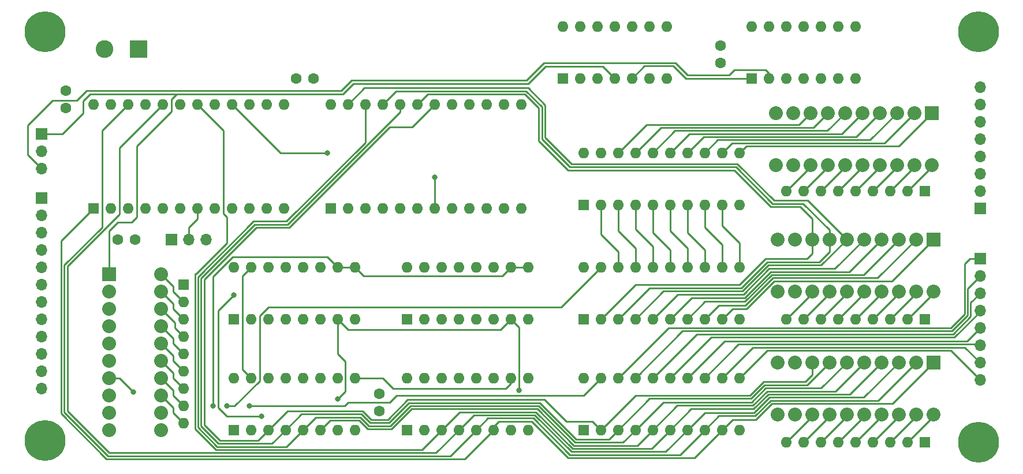
<source format=gbr>
%TF.GenerationSoftware,KiCad,Pcbnew,(5.1.9-0-10_14)*%
%TF.CreationDate,2021-06-18T22:47:41-04:00*%
%TF.ProjectId,ALU-181,414c552d-3138-4312-9e6b-696361645f70,rev?*%
%TF.SameCoordinates,Original*%
%TF.FileFunction,Copper,L1,Top*%
%TF.FilePolarity,Positive*%
%FSLAX46Y46*%
G04 Gerber Fmt 4.6, Leading zero omitted, Abs format (unit mm)*
G04 Created by KiCad (PCBNEW (5.1.9-0-10_14)) date 2021-06-18 22:47:41*
%MOMM*%
%LPD*%
G01*
G04 APERTURE LIST*
%TA.AperFunction,ComponentPad*%
%ADD10O,1.700000X1.700000*%
%TD*%
%TA.AperFunction,ComponentPad*%
%ADD11R,1.700000X1.700000*%
%TD*%
%TA.AperFunction,ComponentPad*%
%ADD12C,0.800000*%
%TD*%
%TA.AperFunction,ComponentPad*%
%ADD13C,6.000000*%
%TD*%
%TA.AperFunction,ComponentPad*%
%ADD14O,1.600000X1.600000*%
%TD*%
%TA.AperFunction,ComponentPad*%
%ADD15R,1.600000X1.600000*%
%TD*%
%TA.AperFunction,ComponentPad*%
%ADD16C,2.032000*%
%TD*%
%TA.AperFunction,ComponentPad*%
%ADD17R,2.032000X2.032000*%
%TD*%
%TA.AperFunction,ComponentPad*%
%ADD18C,2.600000*%
%TD*%
%TA.AperFunction,ComponentPad*%
%ADD19R,2.600000X2.600000*%
%TD*%
%TA.AperFunction,ComponentPad*%
%ADD20C,1.600000*%
%TD*%
%TA.AperFunction,ViaPad*%
%ADD21C,0.800000*%
%TD*%
%TA.AperFunction,Conductor*%
%ADD22C,0.250000*%
%TD*%
G04 APERTURE END LIST*
D10*
%TO.P,J4,8*%
%TO.N,BUS_00*%
X208026000Y-109220000D03*
%TO.P,J4,7*%
%TO.N,BUS_01*%
X208026000Y-106680000D03*
%TO.P,J4,6*%
%TO.N,BUS_02*%
X208026000Y-104140000D03*
%TO.P,J4,5*%
%TO.N,BUS_03*%
X208026000Y-101600000D03*
%TO.P,J4,4*%
%TO.N,BUS_04*%
X208026000Y-99060000D03*
%TO.P,J4,3*%
%TO.N,BUS_05*%
X208026000Y-96520000D03*
%TO.P,J4,2*%
%TO.N,BUS_06*%
X208026000Y-93980000D03*
D11*
%TO.P,J4,1*%
%TO.N,BUS_07*%
X208026000Y-91440000D03*
%TD*%
D12*
%TO.P,REF\u002A\u002A,1*%
%TO.N,N/C*%
X209362990Y-116773010D03*
X207772000Y-116114000D03*
X206181010Y-116773010D03*
X205522000Y-118364000D03*
X206181010Y-119954990D03*
X207772000Y-120614000D03*
X209362990Y-119954990D03*
X210022000Y-118364000D03*
D13*
X207772000Y-118364000D03*
%TD*%
%TO.P,REF\u002A\u002A,1*%
%TO.N,N/C*%
X207772000Y-58166000D03*
D12*
X210022000Y-58166000D03*
X209362990Y-59756990D03*
X207772000Y-60416000D03*
X206181010Y-59756990D03*
X205522000Y-58166000D03*
X206181010Y-56575010D03*
X207772000Y-55916000D03*
X209362990Y-56575010D03*
%TD*%
D13*
%TO.P,REF\u002A\u002A,1*%
%TO.N,N/C*%
X70866000Y-118110000D03*
D12*
X73116000Y-118110000D03*
X72456990Y-119700990D03*
X70866000Y-120360000D03*
X69275010Y-119700990D03*
X68616000Y-118110000D03*
X69275010Y-116519010D03*
X70866000Y-115860000D03*
X72456990Y-116519010D03*
%TD*%
%TO.P,REF\u002A\u002A,1*%
%TO.N,N/C*%
X72456990Y-56575010D03*
X70866000Y-55916000D03*
X69275010Y-56575010D03*
X68616000Y-58166000D03*
X69275010Y-59756990D03*
X70866000Y-60416000D03*
X72456990Y-59756990D03*
X73116000Y-58166000D03*
D13*
X70866000Y-58166000D03*
%TD*%
D14*
%TO.P,U6,16*%
%TO.N,VCC*%
X123952000Y-108966000D03*
%TO.P,U6,8*%
%TO.N,GND*%
X141732000Y-116586000D03*
%TO.P,U6,15*%
%TO.N,RESET*%
X126492000Y-108966000D03*
%TO.P,U6,7*%
%TO.N,CLOCK*%
X139192000Y-116586000D03*
%TO.P,U6,14*%
%TO.N,BUS_03*%
X129032000Y-108966000D03*
%TO.P,U6,6*%
%TO.N,B0*%
X136652000Y-116586000D03*
%TO.P,U6,13*%
%TO.N,BUS_02*%
X131572000Y-108966000D03*
%TO.P,U6,5*%
%TO.N,B1*%
X134112000Y-116586000D03*
%TO.P,U6,12*%
%TO.N,BUS_01*%
X134112000Y-108966000D03*
%TO.P,U6,4*%
%TO.N,B2*%
X131572000Y-116586000D03*
%TO.P,U6,11*%
%TO.N,BUS_00*%
X136652000Y-108966000D03*
%TO.P,U6,3*%
%TO.N,B3*%
X129032000Y-116586000D03*
%TO.P,U6,10*%
%TO.N,B_REGISTER_IN*%
X139192000Y-108966000D03*
%TO.P,U6,2*%
%TO.N,GND*%
X126492000Y-116586000D03*
%TO.P,U6,9*%
%TO.N,B_REGISTER_IN*%
X141732000Y-108966000D03*
D15*
%TO.P,U6,1*%
%TO.N,GND*%
X123952000Y-116586000D03*
%TD*%
D14*
%TO.P,U5,16*%
%TO.N,VCC*%
X123952000Y-92710000D03*
%TO.P,U5,8*%
%TO.N,GND*%
X141732000Y-100330000D03*
%TO.P,U5,15*%
%TO.N,RESET*%
X126492000Y-92710000D03*
%TO.P,U5,7*%
%TO.N,CLOCK*%
X139192000Y-100330000D03*
%TO.P,U5,14*%
%TO.N,BUS_03*%
X129032000Y-92710000D03*
%TO.P,U5,6*%
%TO.N,A0*%
X136652000Y-100330000D03*
%TO.P,U5,13*%
%TO.N,BUS_02*%
X131572000Y-92710000D03*
%TO.P,U5,5*%
%TO.N,A1*%
X134112000Y-100330000D03*
%TO.P,U5,12*%
%TO.N,BUS_01*%
X134112000Y-92710000D03*
%TO.P,U5,4*%
%TO.N,A2*%
X131572000Y-100330000D03*
%TO.P,U5,11*%
%TO.N,BUS_00*%
X136652000Y-92710000D03*
%TO.P,U5,3*%
%TO.N,A3*%
X129032000Y-100330000D03*
%TO.P,U5,10*%
%TO.N,A_REGISTER_IN*%
X139192000Y-92710000D03*
%TO.P,U5,2*%
%TO.N,GND*%
X126492000Y-100330000D03*
%TO.P,U5,9*%
%TO.N,A_REGISTER_IN*%
X141732000Y-92710000D03*
D15*
%TO.P,U5,1*%
%TO.N,GND*%
X123952000Y-100330000D03*
%TD*%
D14*
%TO.P,U4,16*%
%TO.N,VCC*%
X98552000Y-108966000D03*
%TO.P,U4,8*%
%TO.N,GND*%
X116332000Y-116586000D03*
%TO.P,U4,15*%
%TO.N,RESET*%
X101092000Y-108966000D03*
%TO.P,U4,7*%
%TO.N,CLOCK*%
X113792000Y-116586000D03*
%TO.P,U4,14*%
%TO.N,BUS_07*%
X103632000Y-108966000D03*
%TO.P,U4,6*%
%TO.N,B4*%
X111252000Y-116586000D03*
%TO.P,U4,13*%
%TO.N,BUS_06*%
X106172000Y-108966000D03*
%TO.P,U4,5*%
%TO.N,B5*%
X108712000Y-116586000D03*
%TO.P,U4,12*%
%TO.N,BUS_05*%
X108712000Y-108966000D03*
%TO.P,U4,4*%
%TO.N,B6*%
X106172000Y-116586000D03*
%TO.P,U4,11*%
%TO.N,BUS_04*%
X111252000Y-108966000D03*
%TO.P,U4,3*%
%TO.N,B7*%
X103632000Y-116586000D03*
%TO.P,U4,10*%
%TO.N,B_REGISTER_IN*%
X113792000Y-108966000D03*
%TO.P,U4,2*%
%TO.N,GND*%
X101092000Y-116586000D03*
%TO.P,U4,9*%
%TO.N,B_REGISTER_IN*%
X116332000Y-108966000D03*
D15*
%TO.P,U4,1*%
%TO.N,GND*%
X98552000Y-116586000D03*
%TD*%
D14*
%TO.P,U3,16*%
%TO.N,VCC*%
X98552000Y-92710000D03*
%TO.P,U3,8*%
%TO.N,GND*%
X116332000Y-100330000D03*
%TO.P,U3,15*%
%TO.N,RESET*%
X101092000Y-92710000D03*
%TO.P,U3,7*%
%TO.N,CLOCK*%
X113792000Y-100330000D03*
%TO.P,U3,14*%
%TO.N,BUS_07*%
X103632000Y-92710000D03*
%TO.P,U3,6*%
%TO.N,A4*%
X111252000Y-100330000D03*
%TO.P,U3,13*%
%TO.N,BUS_06*%
X106172000Y-92710000D03*
%TO.P,U3,5*%
%TO.N,A5*%
X108712000Y-100330000D03*
%TO.P,U3,12*%
%TO.N,BUS_05*%
X108712000Y-92710000D03*
%TO.P,U3,4*%
%TO.N,A6*%
X106172000Y-100330000D03*
%TO.P,U3,11*%
%TO.N,BUS_04*%
X111252000Y-92710000D03*
%TO.P,U3,3*%
%TO.N,A7*%
X103632000Y-100330000D03*
%TO.P,U3,10*%
%TO.N,A_REGISTER_IN*%
X113792000Y-92710000D03*
%TO.P,U3,2*%
%TO.N,GND*%
X101092000Y-100330000D03*
%TO.P,U3,9*%
%TO.N,A_REGISTER_IN*%
X116332000Y-92710000D03*
D15*
%TO.P,U3,1*%
%TO.N,GND*%
X98552000Y-100330000D03*
%TD*%
D14*
%TO.P,U2,20*%
%TO.N,VCC*%
X149860000Y-108966000D03*
%TO.P,U2,10*%
%TO.N,GND*%
X172720000Y-116586000D03*
%TO.P,U2,19*%
%TO.N,B_REGISTER_OUT*%
X152400000Y-108966000D03*
%TO.P,U2,9*%
%TO.N,B0*%
X170180000Y-116586000D03*
%TO.P,U2,18*%
%TO.N,BUS_07*%
X154940000Y-108966000D03*
%TO.P,U2,8*%
%TO.N,B1*%
X167640000Y-116586000D03*
%TO.P,U2,17*%
%TO.N,BUS_06*%
X157480000Y-108966000D03*
%TO.P,U2,7*%
%TO.N,B2*%
X165100000Y-116586000D03*
%TO.P,U2,16*%
%TO.N,BUS_05*%
X160020000Y-108966000D03*
%TO.P,U2,6*%
%TO.N,B3*%
X162560000Y-116586000D03*
%TO.P,U2,15*%
%TO.N,BUS_04*%
X162560000Y-108966000D03*
%TO.P,U2,5*%
%TO.N,B4*%
X160020000Y-116586000D03*
%TO.P,U2,14*%
%TO.N,BUS_03*%
X165100000Y-108966000D03*
%TO.P,U2,4*%
%TO.N,B5*%
X157480000Y-116586000D03*
%TO.P,U2,13*%
%TO.N,BUS_02*%
X167640000Y-108966000D03*
%TO.P,U2,3*%
%TO.N,B6*%
X154940000Y-116586000D03*
%TO.P,U2,12*%
%TO.N,BUS_01*%
X170180000Y-108966000D03*
%TO.P,U2,2*%
%TO.N,B7*%
X152400000Y-116586000D03*
%TO.P,U2,11*%
%TO.N,BUS_00*%
X172720000Y-108966000D03*
D15*
%TO.P,U2,1*%
%TO.N,VCC*%
X149860000Y-116586000D03*
%TD*%
D14*
%TO.P,U1,20*%
%TO.N,VCC*%
X149860000Y-92710000D03*
%TO.P,U1,10*%
%TO.N,GND*%
X172720000Y-100330000D03*
%TO.P,U1,19*%
%TO.N,A_REGISTER_OUT*%
X152400000Y-92710000D03*
%TO.P,U1,9*%
%TO.N,A0*%
X170180000Y-100330000D03*
%TO.P,U1,18*%
%TO.N,BUS_07*%
X154940000Y-92710000D03*
%TO.P,U1,8*%
%TO.N,A1*%
X167640000Y-100330000D03*
%TO.P,U1,17*%
%TO.N,BUS_06*%
X157480000Y-92710000D03*
%TO.P,U1,7*%
%TO.N,A2*%
X165100000Y-100330000D03*
%TO.P,U1,16*%
%TO.N,BUS_05*%
X160020000Y-92710000D03*
%TO.P,U1,6*%
%TO.N,A3*%
X162560000Y-100330000D03*
%TO.P,U1,15*%
%TO.N,BUS_04*%
X162560000Y-92710000D03*
%TO.P,U1,5*%
%TO.N,A4*%
X160020000Y-100330000D03*
%TO.P,U1,14*%
%TO.N,BUS_03*%
X165100000Y-92710000D03*
%TO.P,U1,4*%
%TO.N,A5*%
X157480000Y-100330000D03*
%TO.P,U1,13*%
%TO.N,BUS_02*%
X167640000Y-92710000D03*
%TO.P,U1,3*%
%TO.N,A6*%
X154940000Y-100330000D03*
%TO.P,U1,12*%
%TO.N,BUS_01*%
X170180000Y-92710000D03*
%TO.P,U1,2*%
%TO.N,A7*%
X152400000Y-100330000D03*
%TO.P,U1,11*%
%TO.N,BUS_00*%
X172720000Y-92710000D03*
D15*
%TO.P,U1,1*%
%TO.N,VCC*%
X149860000Y-100330000D03*
%TD*%
D14*
%TO.P,RN4,9*%
%TO.N,Net-(BAR4-Pad13)*%
X91186000Y-115570000D03*
%TO.P,RN4,8*%
%TO.N,Net-(BAR4-Pad14)*%
X91186000Y-113030000D03*
%TO.P,RN4,7*%
%TO.N,Net-(BAR4-Pad15)*%
X91186000Y-110490000D03*
%TO.P,RN4,6*%
%TO.N,Net-(BAR4-Pad16)*%
X91186000Y-107950000D03*
%TO.P,RN4,5*%
%TO.N,Net-(BAR4-Pad17)*%
X91186000Y-105410000D03*
%TO.P,RN4,4*%
%TO.N,Net-(BAR4-Pad18)*%
X91186000Y-102870000D03*
%TO.P,RN4,3*%
%TO.N,Net-(BAR4-Pad19)*%
X91186000Y-100330000D03*
%TO.P,RN4,2*%
%TO.N,Net-(BAR4-Pad20)*%
X91186000Y-97790000D03*
D15*
%TO.P,RN4,1*%
%TO.N,GND*%
X91186000Y-95250000D03*
%TD*%
D16*
%TO.P,BAR4,20*%
%TO.N,Net-(BAR4-Pad20)*%
X87884000Y-93726000D03*
%TO.P,BAR4,19*%
%TO.N,Net-(BAR4-Pad19)*%
X87884000Y-96266000D03*
%TO.P,BAR4,18*%
%TO.N,Net-(BAR4-Pad18)*%
X87884000Y-98806000D03*
%TO.P,BAR4,17*%
%TO.N,Net-(BAR4-Pad17)*%
X87884000Y-101346000D03*
%TO.P,BAR4,9*%
%TO.N,Net-(BAR4-Pad9)*%
X80264000Y-114046000D03*
%TO.P,BAR4,10*%
%TO.N,Net-(BAR4-Pad10)*%
X80264000Y-116586000D03*
%TO.P,BAR4,11*%
%TO.N,Net-(BAR4-Pad11)*%
X87884000Y-116586000D03*
%TO.P,BAR4,12*%
%TO.N,Net-(BAR4-Pad12)*%
X87884000Y-114046000D03*
%TO.P,BAR4,8*%
%TO.N,RESET*%
X80264000Y-111506000D03*
%TO.P,BAR4,7*%
%TO.N,A_REGISTER_IN*%
X80264000Y-108966000D03*
%TO.P,BAR4,6*%
%TO.N,A_REGISTER_OUT*%
X80264000Y-106426000D03*
%TO.P,BAR4,5*%
%TO.N,B_REGISTER_IN*%
X80264000Y-103886000D03*
%TO.P,BAR4,16*%
%TO.N,Net-(BAR4-Pad16)*%
X87884000Y-103886000D03*
%TO.P,BAR4,15*%
%TO.N,Net-(BAR4-Pad15)*%
X87884000Y-106426000D03*
%TO.P,BAR4,14*%
%TO.N,Net-(BAR4-Pad14)*%
X87884000Y-108966000D03*
%TO.P,BAR4,13*%
%TO.N,Net-(BAR4-Pad13)*%
X87884000Y-111506000D03*
%TO.P,BAR4,4*%
%TO.N,B_REGISTER_OUT*%
X80264000Y-101346000D03*
%TO.P,BAR4,3*%
%TO.N,NOT_CARRY*%
X80264000Y-98806000D03*
%TO.P,BAR4,2*%
%TO.N,A_EQ_B*%
X80264000Y-96266000D03*
D17*
%TO.P,BAR4,1*%
%TO.N,A_GT_B*%
X80264000Y-93726000D03*
%TD*%
D14*
%TO.P,U11,24*%
%TO.N,VCC*%
X77978000Y-68834000D03*
%TO.P,U11,12*%
%TO.N,GND*%
X105918000Y-84074000D03*
%TO.P,U11,23*%
%TO.N,A1*%
X80518000Y-68834000D03*
%TO.P,U11,11*%
%TO.N,F2*%
X103378000Y-84074000D03*
%TO.P,U11,22*%
%TO.N,B1*%
X83058000Y-68834000D03*
%TO.P,U11,10*%
%TO.N,F1*%
X100838000Y-84074000D03*
%TO.P,U11,21*%
%TO.N,A2*%
X85598000Y-68834000D03*
%TO.P,U11,9*%
%TO.N,F0*%
X98298000Y-84074000D03*
%TO.P,U11,20*%
%TO.N,B2*%
X88138000Y-68834000D03*
%TO.P,U11,8*%
%TO.N,ALU_MODE*%
X95758000Y-84074000D03*
%TO.P,U11,19*%
%TO.N,A3*%
X90678000Y-68834000D03*
%TO.P,U11,7*%
%TO.N,Net-(J17-Pad2)*%
X93218000Y-84074000D03*
%TO.P,U11,18*%
%TO.N,B3*%
X93218000Y-68834000D03*
%TO.P,U11,6*%
%TO.N,ALU_S0*%
X90678000Y-84074000D03*
%TO.P,U11,17*%
%TO.N,Net-(U11-Pad17)*%
X95758000Y-68834000D03*
%TO.P,U11,5*%
%TO.N,ALU_S1*%
X88138000Y-84074000D03*
%TO.P,U11,16*%
%TO.N,CN+4*%
X98298000Y-68834000D03*
%TO.P,U11,4*%
%TO.N,ALU_S2*%
X85598000Y-84074000D03*
%TO.P,U11,15*%
%TO.N,Net-(U11-Pad15)*%
X100838000Y-68834000D03*
%TO.P,U11,3*%
%TO.N,ALU_S3*%
X83058000Y-84074000D03*
%TO.P,U11,14*%
%TO.N,A_EQ_B*%
X103378000Y-68834000D03*
%TO.P,U11,2*%
%TO.N,A0*%
X80518000Y-84074000D03*
%TO.P,U11,13*%
%TO.N,F3*%
X105918000Y-68834000D03*
D15*
%TO.P,U11,1*%
%TO.N,B0*%
X77978000Y-84074000D03*
%TD*%
D14*
%TO.P,U10,20*%
%TO.N,VCC*%
X149860000Y-75946000D03*
%TO.P,U10,10*%
%TO.N,GND*%
X172720000Y-83566000D03*
%TO.P,U10,19*%
%TO.N,ALU_OUT*%
X152400000Y-75946000D03*
%TO.P,U10,9*%
%TO.N,BUS_00*%
X170180000Y-83566000D03*
%TO.P,U10,18*%
%TO.N,F7*%
X154940000Y-75946000D03*
%TO.P,U10,8*%
%TO.N,BUS_01*%
X167640000Y-83566000D03*
%TO.P,U10,17*%
%TO.N,F6*%
X157480000Y-75946000D03*
%TO.P,U10,7*%
%TO.N,BUS_02*%
X165100000Y-83566000D03*
%TO.P,U10,16*%
%TO.N,F5*%
X160020000Y-75946000D03*
%TO.P,U10,6*%
%TO.N,BUS_03*%
X162560000Y-83566000D03*
%TO.P,U10,15*%
%TO.N,F4*%
X162560000Y-75946000D03*
%TO.P,U10,5*%
%TO.N,BUS_04*%
X160020000Y-83566000D03*
%TO.P,U10,14*%
%TO.N,F3*%
X165100000Y-75946000D03*
%TO.P,U10,4*%
%TO.N,BUS_05*%
X157480000Y-83566000D03*
%TO.P,U10,13*%
%TO.N,F2*%
X167640000Y-75946000D03*
%TO.P,U10,3*%
%TO.N,BUS_06*%
X154940000Y-83566000D03*
%TO.P,U10,12*%
%TO.N,F1*%
X170180000Y-75946000D03*
%TO.P,U10,2*%
%TO.N,BUS_07*%
X152400000Y-83566000D03*
%TO.P,U10,11*%
%TO.N,F0*%
X172720000Y-75946000D03*
D15*
%TO.P,U10,1*%
%TO.N,GND*%
X149860000Y-83566000D03*
%TD*%
D14*
%TO.P,U9,24*%
%TO.N,VCC*%
X112776000Y-68834000D03*
%TO.P,U9,12*%
%TO.N,GND*%
X140716000Y-84074000D03*
%TO.P,U9,23*%
%TO.N,A5*%
X115316000Y-68834000D03*
%TO.P,U9,11*%
%TO.N,F6*%
X138176000Y-84074000D03*
%TO.P,U9,22*%
%TO.N,B5*%
X117856000Y-68834000D03*
%TO.P,U9,10*%
%TO.N,F5*%
X135636000Y-84074000D03*
%TO.P,U9,21*%
%TO.N,A6*%
X120396000Y-68834000D03*
%TO.P,U9,9*%
%TO.N,F4*%
X133096000Y-84074000D03*
%TO.P,U9,20*%
%TO.N,B6*%
X122936000Y-68834000D03*
%TO.P,U9,8*%
%TO.N,ALU_MODE*%
X130556000Y-84074000D03*
%TO.P,U9,19*%
%TO.N,A7*%
X125476000Y-68834000D03*
%TO.P,U9,7*%
%TO.N,CN+4*%
X128016000Y-84074000D03*
%TO.P,U9,18*%
%TO.N,B7*%
X128016000Y-68834000D03*
%TO.P,U9,6*%
%TO.N,ALU_S0*%
X125476000Y-84074000D03*
%TO.P,U9,17*%
%TO.N,Net-(U9-Pad17)*%
X130556000Y-68834000D03*
%TO.P,U9,5*%
%TO.N,ALU_S1*%
X122936000Y-84074000D03*
%TO.P,U9,16*%
%TO.N,CARRY*%
X133096000Y-68834000D03*
%TO.P,U9,4*%
%TO.N,ALU_S2*%
X120396000Y-84074000D03*
%TO.P,U9,15*%
%TO.N,Net-(U9-Pad15)*%
X135636000Y-68834000D03*
%TO.P,U9,3*%
%TO.N,ALU_S3*%
X117856000Y-84074000D03*
%TO.P,U9,14*%
%TO.N,A_EQ_B*%
X138176000Y-68834000D03*
%TO.P,U9,2*%
%TO.N,A4*%
X115316000Y-84074000D03*
%TO.P,U9,13*%
%TO.N,F7*%
X140716000Y-68834000D03*
D15*
%TO.P,U9,1*%
%TO.N,B4*%
X112776000Y-84074000D03*
%TD*%
D14*
%TO.P,U8,14*%
%TO.N,VCC*%
X146812000Y-57404000D03*
%TO.P,U8,7*%
%TO.N,GND*%
X162052000Y-65024000D03*
%TO.P,U8,13*%
%TO.N,N/C*%
X149352000Y-57404000D03*
%TO.P,U8,6*%
%TO.N,A_EQ_B*%
X159512000Y-65024000D03*
%TO.P,U8,12*%
%TO.N,N/C*%
X151892000Y-57404000D03*
%TO.P,U8,5*%
%TO.N,CARRY*%
X156972000Y-65024000D03*
%TO.P,U8,11*%
%TO.N,N/C*%
X154432000Y-57404000D03*
%TO.P,U8,4*%
%TO.N,A_GT_B*%
X154432000Y-65024000D03*
%TO.P,U8,10*%
%TO.N,N/C*%
X156972000Y-57404000D03*
%TO.P,U8,3*%
X151892000Y-65024000D03*
%TO.P,U8,9*%
X159512000Y-57404000D03*
%TO.P,U8,2*%
X149352000Y-65024000D03*
%TO.P,U8,8*%
X162052000Y-57404000D03*
D15*
%TO.P,U8,1*%
X146812000Y-65024000D03*
%TD*%
D14*
%TO.P,U7,14*%
%TO.N,VCC*%
X174498000Y-57404000D03*
%TO.P,U7,7*%
%TO.N,GND*%
X189738000Y-65024000D03*
%TO.P,U7,13*%
%TO.N,N/C*%
X177038000Y-57404000D03*
%TO.P,U7,6*%
X187198000Y-65024000D03*
%TO.P,U7,12*%
X179578000Y-57404000D03*
%TO.P,U7,5*%
X184658000Y-65024000D03*
%TO.P,U7,11*%
X182118000Y-57404000D03*
%TO.P,U7,4*%
X182118000Y-65024000D03*
%TO.P,U7,10*%
X184658000Y-57404000D03*
%TO.P,U7,3*%
X179578000Y-65024000D03*
%TO.P,U7,9*%
X187198000Y-57404000D03*
%TO.P,U7,2*%
%TO.N,NOT_CARRY*%
X177038000Y-65024000D03*
%TO.P,U7,8*%
%TO.N,N/C*%
X189738000Y-57404000D03*
D15*
%TO.P,U7,1*%
%TO.N,CARRY*%
X174498000Y-65024000D03*
%TD*%
D14*
%TO.P,RN3,9*%
%TO.N,Net-(BAR3-Pad13)*%
X179578000Y-81534000D03*
%TO.P,RN3,8*%
%TO.N,Net-(BAR3-Pad14)*%
X182118000Y-81534000D03*
%TO.P,RN3,7*%
%TO.N,Net-(BAR3-Pad15)*%
X184658000Y-81534000D03*
%TO.P,RN3,6*%
%TO.N,Net-(BAR3-Pad16)*%
X187198000Y-81534000D03*
%TO.P,RN3,5*%
%TO.N,Net-(BAR3-Pad17)*%
X189738000Y-81534000D03*
%TO.P,RN3,4*%
%TO.N,Net-(BAR3-Pad18)*%
X192278000Y-81534000D03*
%TO.P,RN3,3*%
%TO.N,Net-(BAR3-Pad19)*%
X194818000Y-81534000D03*
%TO.P,RN3,2*%
%TO.N,Net-(BAR3-Pad20)*%
X197358000Y-81534000D03*
D15*
%TO.P,RN3,1*%
%TO.N,GND*%
X199898000Y-81534000D03*
%TD*%
D14*
%TO.P,RN2,9*%
%TO.N,Net-(BAR2-Pad13)*%
X179578000Y-118364000D03*
%TO.P,RN2,8*%
%TO.N,Net-(BAR2-Pad14)*%
X182118000Y-118364000D03*
%TO.P,RN2,7*%
%TO.N,Net-(BAR2-Pad15)*%
X184658000Y-118364000D03*
%TO.P,RN2,6*%
%TO.N,Net-(BAR2-Pad16)*%
X187198000Y-118364000D03*
%TO.P,RN2,5*%
%TO.N,Net-(BAR2-Pad17)*%
X189738000Y-118364000D03*
%TO.P,RN2,4*%
%TO.N,Net-(BAR2-Pad18)*%
X192278000Y-118364000D03*
%TO.P,RN2,3*%
%TO.N,Net-(BAR2-Pad19)*%
X194818000Y-118364000D03*
%TO.P,RN2,2*%
%TO.N,Net-(BAR2-Pad20)*%
X197358000Y-118364000D03*
D15*
%TO.P,RN2,1*%
%TO.N,GND*%
X199898000Y-118364000D03*
%TD*%
D14*
%TO.P,RN1,9*%
%TO.N,Net-(BAR1-Pad13)*%
X179578000Y-100330000D03*
%TO.P,RN1,8*%
%TO.N,Net-(BAR1-Pad14)*%
X182118000Y-100330000D03*
%TO.P,RN1,7*%
%TO.N,Net-(BAR1-Pad15)*%
X184658000Y-100330000D03*
%TO.P,RN1,6*%
%TO.N,Net-(BAR1-Pad16)*%
X187198000Y-100330000D03*
%TO.P,RN1,5*%
%TO.N,Net-(BAR1-Pad17)*%
X189738000Y-100330000D03*
%TO.P,RN1,4*%
%TO.N,Net-(BAR1-Pad18)*%
X192278000Y-100330000D03*
%TO.P,RN1,3*%
%TO.N,Net-(BAR1-Pad19)*%
X194818000Y-100330000D03*
%TO.P,RN1,2*%
%TO.N,Net-(BAR1-Pad20)*%
X197358000Y-100330000D03*
D15*
%TO.P,RN1,1*%
%TO.N,GND*%
X199898000Y-100330000D03*
%TD*%
D10*
%TO.P,J20,3*%
%TO.N,NOT_CARRY*%
X70358000Y-78232000D03*
%TO.P,J20,2*%
%TO.N,A_EQ_B*%
X70358000Y-75692000D03*
D11*
%TO.P,J20,1*%
%TO.N,A_GT_B*%
X70358000Y-73152000D03*
%TD*%
D10*
%TO.P,J17,3*%
%TO.N,VCC*%
X94488000Y-88646000D03*
%TO.P,J17,2*%
%TO.N,Net-(J17-Pad2)*%
X91948000Y-88646000D03*
D11*
%TO.P,J17,1*%
%TO.N,GND*%
X89408000Y-88646000D03*
%TD*%
D18*
%TO.P,J3,2*%
%TO.N,GND*%
X79582000Y-60706000D03*
D19*
%TO.P,J3,1*%
%TO.N,VCC*%
X84582000Y-60706000D03*
%TD*%
D10*
%TO.P,J2,12*%
%TO.N,CLOCK*%
X70358000Y-110490000D03*
%TO.P,J2,11*%
%TO.N,RESET*%
X70358000Y-107950000D03*
%TO.P,J2,10*%
%TO.N,A_REGISTER_IN*%
X70358000Y-105410000D03*
%TO.P,J2,9*%
%TO.N,A_REGISTER_OUT*%
X70358000Y-102870000D03*
%TO.P,J2,8*%
%TO.N,B_REGISTER_IN*%
X70358000Y-100330000D03*
%TO.P,J2,7*%
%TO.N,B_REGISTER_OUT*%
X70358000Y-97790000D03*
%TO.P,J2,6*%
%TO.N,ALU_OUT*%
X70358000Y-95250000D03*
%TO.P,J2,5*%
%TO.N,ALU_MODE*%
X70358000Y-92710000D03*
%TO.P,J2,4*%
%TO.N,ALU_S3*%
X70358000Y-90170000D03*
%TO.P,J2,3*%
%TO.N,ALU_S2*%
X70358000Y-87630000D03*
%TO.P,J2,2*%
%TO.N,ALU_S1*%
X70358000Y-85090000D03*
D11*
%TO.P,J2,1*%
%TO.N,ALU_S0*%
X70358000Y-82550000D03*
%TD*%
D10*
%TO.P,J1,8*%
%TO.N,BUS_00*%
X208026000Y-66294000D03*
%TO.P,J1,7*%
%TO.N,BUS_01*%
X208026000Y-68834000D03*
%TO.P,J1,6*%
%TO.N,BUS_02*%
X208026000Y-71374000D03*
%TO.P,J1,5*%
%TO.N,BUS_03*%
X208026000Y-73914000D03*
%TO.P,J1,4*%
%TO.N,BUS_04*%
X208026000Y-76454000D03*
%TO.P,J1,3*%
%TO.N,BUS_05*%
X208026000Y-78994000D03*
%TO.P,J1,2*%
%TO.N,BUS_06*%
X208026000Y-81534000D03*
D11*
%TO.P,J1,1*%
%TO.N,BUS_07*%
X208026000Y-84074000D03*
%TD*%
D20*
%TO.P,C5,2*%
%TO.N,GND*%
X119888000Y-111292000D03*
%TO.P,C5,1*%
%TO.N,VCC*%
X119888000Y-113792000D03*
%TD*%
%TO.P,C4,2*%
%TO.N,GND*%
X81574000Y-88646000D03*
%TO.P,C4,1*%
%TO.N,VCC*%
X84074000Y-88646000D03*
%TD*%
%TO.P,C3,2*%
%TO.N,GND*%
X169926000Y-62698000D03*
%TO.P,C3,1*%
%TO.N,VCC*%
X169926000Y-60198000D03*
%TD*%
%TO.P,C2,2*%
%TO.N,GND*%
X73914000Y-66842000D03*
%TO.P,C2,1*%
%TO.N,VCC*%
X73914000Y-69342000D03*
%TD*%
%TO.P,C1,2*%
%TO.N,GND*%
X107736000Y-65024000D03*
%TO.P,C1,1*%
%TO.N,VCC*%
X110236000Y-65024000D03*
%TD*%
D16*
%TO.P,BAR3,20*%
%TO.N,Net-(BAR3-Pad20)*%
X200914000Y-77724000D03*
%TO.P,BAR3,19*%
%TO.N,Net-(BAR3-Pad19)*%
X198374000Y-77724000D03*
%TO.P,BAR3,18*%
%TO.N,Net-(BAR3-Pad18)*%
X195834000Y-77724000D03*
%TO.P,BAR3,17*%
%TO.N,Net-(BAR3-Pad17)*%
X193294000Y-77724000D03*
%TO.P,BAR3,9*%
%TO.N,Net-(BAR3-Pad9)*%
X180594000Y-70104000D03*
%TO.P,BAR3,10*%
%TO.N,Net-(BAR3-Pad10)*%
X178054000Y-70104000D03*
%TO.P,BAR3,11*%
%TO.N,Net-(BAR3-Pad11)*%
X178054000Y-77724000D03*
%TO.P,BAR3,12*%
%TO.N,Net-(BAR3-Pad12)*%
X180594000Y-77724000D03*
%TO.P,BAR3,8*%
%TO.N,F7*%
X183134000Y-70104000D03*
%TO.P,BAR3,7*%
%TO.N,F6*%
X185674000Y-70104000D03*
%TO.P,BAR3,6*%
%TO.N,F5*%
X188214000Y-70104000D03*
%TO.P,BAR3,5*%
%TO.N,F4*%
X190754000Y-70104000D03*
%TO.P,BAR3,16*%
%TO.N,Net-(BAR3-Pad16)*%
X190754000Y-77724000D03*
%TO.P,BAR3,15*%
%TO.N,Net-(BAR3-Pad15)*%
X188214000Y-77724000D03*
%TO.P,BAR3,14*%
%TO.N,Net-(BAR3-Pad14)*%
X185674000Y-77724000D03*
%TO.P,BAR3,13*%
%TO.N,Net-(BAR3-Pad13)*%
X183134000Y-77724000D03*
%TO.P,BAR3,4*%
%TO.N,F3*%
X193294000Y-70104000D03*
%TO.P,BAR3,3*%
%TO.N,F2*%
X195834000Y-70104000D03*
%TO.P,BAR3,2*%
%TO.N,F1*%
X198374000Y-70104000D03*
D17*
%TO.P,BAR3,1*%
%TO.N,F0*%
X200914000Y-70104000D03*
%TD*%
D16*
%TO.P,BAR2,20*%
%TO.N,Net-(BAR2-Pad20)*%
X201168000Y-114300000D03*
%TO.P,BAR2,19*%
%TO.N,Net-(BAR2-Pad19)*%
X198628000Y-114300000D03*
%TO.P,BAR2,18*%
%TO.N,Net-(BAR2-Pad18)*%
X196088000Y-114300000D03*
%TO.P,BAR2,17*%
%TO.N,Net-(BAR2-Pad17)*%
X193548000Y-114300000D03*
%TO.P,BAR2,9*%
%TO.N,Net-(BAR2-Pad9)*%
X180848000Y-106680000D03*
%TO.P,BAR2,10*%
%TO.N,Net-(BAR2-Pad10)*%
X178308000Y-106680000D03*
%TO.P,BAR2,11*%
%TO.N,Net-(BAR2-Pad11)*%
X178308000Y-114300000D03*
%TO.P,BAR2,12*%
%TO.N,Net-(BAR2-Pad12)*%
X180848000Y-114300000D03*
%TO.P,BAR2,8*%
%TO.N,B7*%
X183388000Y-106680000D03*
%TO.P,BAR2,7*%
%TO.N,B6*%
X185928000Y-106680000D03*
%TO.P,BAR2,6*%
%TO.N,B5*%
X188468000Y-106680000D03*
%TO.P,BAR2,5*%
%TO.N,B4*%
X191008000Y-106680000D03*
%TO.P,BAR2,16*%
%TO.N,Net-(BAR2-Pad16)*%
X191008000Y-114300000D03*
%TO.P,BAR2,15*%
%TO.N,Net-(BAR2-Pad15)*%
X188468000Y-114300000D03*
%TO.P,BAR2,14*%
%TO.N,Net-(BAR2-Pad14)*%
X185928000Y-114300000D03*
%TO.P,BAR2,13*%
%TO.N,Net-(BAR2-Pad13)*%
X183388000Y-114300000D03*
%TO.P,BAR2,4*%
%TO.N,B3*%
X193548000Y-106680000D03*
%TO.P,BAR2,3*%
%TO.N,B2*%
X196088000Y-106680000D03*
%TO.P,BAR2,2*%
%TO.N,B1*%
X198628000Y-106680000D03*
D17*
%TO.P,BAR2,1*%
%TO.N,B0*%
X201168000Y-106680000D03*
%TD*%
D16*
%TO.P,BAR1,20*%
%TO.N,Net-(BAR1-Pad20)*%
X201168000Y-96266000D03*
%TO.P,BAR1,19*%
%TO.N,Net-(BAR1-Pad19)*%
X198628000Y-96266000D03*
%TO.P,BAR1,18*%
%TO.N,Net-(BAR1-Pad18)*%
X196088000Y-96266000D03*
%TO.P,BAR1,17*%
%TO.N,Net-(BAR1-Pad17)*%
X193548000Y-96266000D03*
%TO.P,BAR1,9*%
%TO.N,Net-(BAR1-Pad9)*%
X180848000Y-88646000D03*
%TO.P,BAR1,10*%
%TO.N,Net-(BAR1-Pad10)*%
X178308000Y-88646000D03*
%TO.P,BAR1,11*%
%TO.N,Net-(BAR1-Pad11)*%
X178308000Y-96266000D03*
%TO.P,BAR1,12*%
%TO.N,Net-(BAR1-Pad12)*%
X180848000Y-96266000D03*
%TO.P,BAR1,8*%
%TO.N,A7*%
X183388000Y-88646000D03*
%TO.P,BAR1,7*%
%TO.N,A6*%
X185928000Y-88646000D03*
%TO.P,BAR1,6*%
%TO.N,A5*%
X188468000Y-88646000D03*
%TO.P,BAR1,5*%
%TO.N,A4*%
X191008000Y-88646000D03*
%TO.P,BAR1,16*%
%TO.N,Net-(BAR1-Pad16)*%
X191008000Y-96266000D03*
%TO.P,BAR1,15*%
%TO.N,Net-(BAR1-Pad15)*%
X188468000Y-96266000D03*
%TO.P,BAR1,14*%
%TO.N,Net-(BAR1-Pad14)*%
X185928000Y-96266000D03*
%TO.P,BAR1,13*%
%TO.N,Net-(BAR1-Pad13)*%
X183388000Y-96266000D03*
%TO.P,BAR1,4*%
%TO.N,A3*%
X193548000Y-88646000D03*
%TO.P,BAR1,3*%
%TO.N,A2*%
X196088000Y-88646000D03*
%TO.P,BAR1,2*%
%TO.N,A1*%
X198628000Y-88646000D03*
D17*
%TO.P,BAR1,1*%
%TO.N,A0*%
X201168000Y-88646000D03*
%TD*%
D21*
%TO.N,B4*%
X98552000Y-96774000D03*
X102616000Y-114554000D03*
%TO.N,A_REGISTER_IN*%
X95504000Y-113030000D03*
X83820000Y-110998000D03*
%TO.N,A_REGISTER_OUT*%
X97536000Y-113030000D03*
%TO.N,B_REGISTER_OUT*%
X100838000Y-113030000D03*
%TO.N,CLOCK*%
X113792000Y-112014000D03*
X140381205Y-110780990D03*
%TO.N,CN+4*%
X112268000Y-75946000D03*
X128016000Y-79502000D03*
%TD*%
D22*
%TO.N,Net-(BAR1-Pad20)*%
X201168000Y-96520000D02*
X201168000Y-96266000D01*
X197358000Y-100330000D02*
X201168000Y-96520000D01*
%TO.N,Net-(BAR1-Pad19)*%
X198628000Y-96520000D02*
X198628000Y-96266000D01*
X194818000Y-100330000D02*
X198628000Y-96520000D01*
%TO.N,Net-(BAR1-Pad18)*%
X196088000Y-96520000D02*
X196088000Y-96266000D01*
X192278000Y-100330000D02*
X196088000Y-96520000D01*
%TO.N,Net-(BAR1-Pad17)*%
X193548000Y-96520000D02*
X193548000Y-96266000D01*
X189738000Y-100330000D02*
X193548000Y-96520000D01*
%TO.N,A7*%
X152400000Y-100330000D02*
X157480000Y-95250000D01*
X157480000Y-95250000D02*
X172720000Y-95250000D01*
X172720000Y-95250000D02*
X176530000Y-91440000D01*
X176530000Y-91440000D02*
X182626000Y-91440000D01*
X183388000Y-90678000D02*
X183388000Y-88646000D01*
X182626000Y-91440000D02*
X183388000Y-90678000D01*
X183388000Y-88646000D02*
X183388000Y-85598000D01*
X183388000Y-85598000D02*
X181610000Y-83820000D01*
X181610000Y-83820000D02*
X177292000Y-83820000D01*
X177292000Y-83820000D02*
X171958000Y-78486000D01*
X171958000Y-78486000D02*
X147574000Y-78486000D01*
X147574000Y-78486000D02*
X143256000Y-74168000D01*
X143256000Y-74168000D02*
X143256000Y-69342000D01*
X143256000Y-69342000D02*
X141224000Y-67310000D01*
X127000000Y-67310000D02*
X125476000Y-68834000D01*
X141224000Y-67310000D02*
X127000000Y-67310000D01*
%TO.N,A6*%
X154940000Y-100330000D02*
X159512000Y-95758000D01*
X159512000Y-95758000D02*
X172974000Y-95758000D01*
X172974000Y-95758000D02*
X176784000Y-91948000D01*
X176784000Y-91948000D02*
X184404000Y-91948000D01*
X185928000Y-90424000D02*
X185928000Y-88646000D01*
X184404000Y-91948000D02*
X185928000Y-90424000D01*
X143764000Y-69213589D02*
X141410400Y-66859989D01*
X185928000Y-88646000D02*
X185928000Y-87209160D01*
X185928000Y-87209160D02*
X182088829Y-83369989D01*
X122370011Y-66859989D02*
X120396000Y-68834000D01*
X177603989Y-83369989D02*
X172212000Y-77978000D01*
X172212000Y-77978000D02*
X147828000Y-77978000D01*
X143764000Y-73914000D02*
X143764000Y-69213589D01*
X182088829Y-83369989D02*
X177603989Y-83369989D01*
X147828000Y-77978000D02*
X143764000Y-73914000D01*
X141410400Y-66859989D02*
X122370011Y-66859989D01*
%TO.N,A5*%
X161601989Y-96208011D02*
X173160400Y-96208011D01*
X173160400Y-96208011D02*
X176970400Y-92398011D01*
X184715989Y-92398011D02*
X188468000Y-88646000D01*
X157480000Y-100330000D02*
X161601989Y-96208011D01*
X176970400Y-92398011D02*
X184715989Y-92398011D01*
X172398400Y-77527989D02*
X148077195Y-77527989D01*
X144214011Y-73664805D02*
X144214011Y-68901600D01*
X141722389Y-66409978D02*
X117740022Y-66409978D01*
X177790388Y-82919978D02*
X172398400Y-77527989D01*
X188468000Y-88646000D02*
X182741978Y-82919978D01*
X182741978Y-82919978D02*
X177790388Y-82919978D01*
X117740022Y-66409978D02*
X115316000Y-68834000D01*
X144214011Y-68901600D02*
X141722389Y-66409978D01*
X148077195Y-77527989D02*
X144214011Y-73664805D01*
%TO.N,A4*%
X173346800Y-96658022D02*
X177098811Y-92906011D01*
X160020000Y-100330000D02*
X163691978Y-96658022D01*
X177098811Y-92906011D02*
X186747989Y-92906011D01*
X163691978Y-96658022D02*
X173346800Y-96658022D01*
X186747989Y-92906011D02*
X191008000Y-88646000D01*
%TO.N,Net-(BAR1-Pad16)*%
X191008000Y-96520000D02*
X191008000Y-96266000D01*
X187198000Y-100330000D02*
X191008000Y-96520000D01*
%TO.N,Net-(BAR1-Pad15)*%
X188468000Y-96520000D02*
X188468000Y-96266000D01*
X184658000Y-100330000D02*
X188468000Y-96520000D01*
%TO.N,Net-(BAR1-Pad14)*%
X185928000Y-96520000D02*
X185928000Y-96266000D01*
X182118000Y-100330000D02*
X185928000Y-96520000D01*
%TO.N,Net-(BAR1-Pad13)*%
X183388000Y-96520000D02*
X183388000Y-96266000D01*
X179578000Y-100330000D02*
X183388000Y-96520000D01*
%TO.N,A3*%
X173475210Y-97166022D02*
X177285210Y-93356022D01*
X162560000Y-100330000D02*
X165723978Y-97166022D01*
X165723978Y-97166022D02*
X173475210Y-97166022D01*
X188837978Y-93356022D02*
X193548000Y-88646000D01*
X177285210Y-93356022D02*
X188837978Y-93356022D01*
%TO.N,A2*%
X165100000Y-100330000D02*
X167697989Y-97732011D01*
X190927967Y-93806033D02*
X196088000Y-88646000D01*
X173545632Y-97732011D02*
X177471610Y-93806033D01*
X177471610Y-93806033D02*
X190927967Y-93806033D01*
X167697989Y-97732011D02*
X173545632Y-97732011D01*
%TO.N,A1*%
X177658010Y-94256044D02*
X193017956Y-94256044D01*
X169672000Y-98298000D02*
X173616054Y-98298000D01*
X173616054Y-98298000D02*
X177658010Y-94256044D01*
X167640000Y-100330000D02*
X169672000Y-98298000D01*
X193017956Y-94256044D02*
X198628000Y-88646000D01*
%TO.N,A0*%
X171704000Y-98806000D02*
X173744465Y-98806000D01*
X170180000Y-100330000D02*
X171704000Y-98806000D01*
X177844410Y-94706055D02*
X195107945Y-94706055D01*
X173744465Y-98806000D02*
X177844410Y-94706055D01*
X195107945Y-94706055D02*
X201168000Y-88646000D01*
%TO.N,Net-(BAR2-Pad20)*%
X201168000Y-114554000D02*
X201168000Y-114300000D01*
X197358000Y-118364000D02*
X201168000Y-114554000D01*
%TO.N,Net-(BAR2-Pad19)*%
X198628000Y-114554000D02*
X198628000Y-114300000D01*
X194818000Y-118364000D02*
X198628000Y-114554000D01*
%TO.N,Net-(BAR2-Pad18)*%
X196088000Y-114554000D02*
X196088000Y-114300000D01*
X192278000Y-118364000D02*
X196088000Y-114554000D01*
%TO.N,Net-(BAR2-Pad17)*%
X193548000Y-114554000D02*
X193548000Y-114300000D01*
X189738000Y-118364000D02*
X193548000Y-114554000D01*
%TO.N,B7*%
X152400000Y-116586000D02*
X157480000Y-111506000D01*
X157480000Y-111506000D02*
X174244000Y-111506000D01*
X174244000Y-111506000D02*
X176276000Y-109474000D01*
X176276000Y-109474000D02*
X182372000Y-109474000D01*
X182372000Y-109474000D02*
X183388000Y-108458000D01*
X183388000Y-108458000D02*
X183388000Y-106680000D01*
X106426000Y-113792000D02*
X103632000Y-116586000D01*
X117479233Y-113792000D02*
X106426000Y-113792000D01*
X118749231Y-115062000D02*
X117479233Y-113792000D01*
X121158000Y-115062000D02*
X118749231Y-115062000D01*
X124090021Y-112129978D02*
X121158000Y-115062000D01*
X144156022Y-112129978D02*
X124090021Y-112129978D01*
X147342044Y-115316000D02*
X144156022Y-112129978D01*
X151130000Y-115316000D02*
X147342044Y-115316000D01*
X152400000Y-116586000D02*
X151130000Y-115316000D01*
X124714000Y-72136000D02*
X128016000Y-68834000D01*
X121412000Y-72136000D02*
X124714000Y-72136000D01*
X106680000Y-86868000D02*
X121412000Y-72136000D01*
X101854000Y-86868000D02*
X106680000Y-86868000D01*
X94234000Y-94488000D02*
X101854000Y-86868000D01*
X94234000Y-115824000D02*
X94234000Y-94488000D01*
X96520000Y-118110000D02*
X94234000Y-115824000D01*
X102108000Y-118110000D02*
X96520000Y-118110000D01*
X103632000Y-116586000D02*
X102108000Y-118110000D01*
%TO.N,B6*%
X154940000Y-116586000D02*
X159569989Y-111956011D01*
X174430400Y-111956011D02*
X176404410Y-109982000D01*
X159569989Y-111956011D02*
X174430400Y-111956011D01*
X176404410Y-109982000D02*
X182626000Y-109982000D01*
X182626000Y-109982000D02*
X185928000Y-106680000D01*
X154940000Y-116586000D02*
X154940000Y-117094000D01*
X143448044Y-112579989D02*
X124276421Y-112579989D01*
X153576066Y-117949934D02*
X148817988Y-117949934D01*
X117292833Y-114242011D02*
X108515989Y-114242011D01*
X154940000Y-116586000D02*
X153576066Y-117949934D01*
X118562833Y-115512011D02*
X117292833Y-114242011D01*
X148817988Y-117949934D02*
X143448044Y-112579989D01*
X124276421Y-112579989D02*
X121344400Y-115512011D01*
X121344400Y-115512011D02*
X118562833Y-115512011D01*
X108515989Y-114242011D02*
X106172000Y-116586000D01*
X101667600Y-86417989D02*
X106493601Y-86417989D01*
X106172000Y-116586000D02*
X104197989Y-118560011D01*
X122936000Y-69975590D02*
X122936000Y-68834000D01*
X96333600Y-118560011D02*
X93783989Y-116010400D01*
X93783989Y-94301600D02*
X101667600Y-86417989D01*
X106493601Y-86417989D02*
X122936000Y-69975590D01*
X104197989Y-118560011D02*
X96333600Y-118560011D01*
X93783989Y-116010400D02*
X93783989Y-94301600D01*
%TO.N,B5*%
X184715989Y-110432011D02*
X188468000Y-106680000D01*
X161544000Y-112522000D02*
X174500821Y-112522000D01*
X157480000Y-116586000D02*
X161544000Y-112522000D01*
X176590810Y-110432011D02*
X184715989Y-110432011D01*
X174500821Y-112522000D02*
X176590810Y-110432011D01*
X157480000Y-116586000D02*
X155666055Y-118399945D01*
X124462821Y-113030000D02*
X121530800Y-115962022D01*
X148631588Y-118399945D02*
X143261644Y-113030000D01*
X118376432Y-115962022D02*
X117106433Y-114692022D01*
X155666055Y-118399945D02*
X148631588Y-118399945D01*
X143261644Y-113030000D02*
X124462821Y-113030000D01*
X117106433Y-114692022D02*
X110605978Y-114692022D01*
X110605978Y-114692022D02*
X108712000Y-116586000D01*
X121530800Y-115962022D02*
X118376432Y-115962022D01*
X101481200Y-85967978D02*
X106307202Y-85967978D01*
X93333978Y-94115200D02*
X101481200Y-85967978D01*
X96147200Y-119010022D02*
X93333978Y-116196800D01*
X93333978Y-116196800D02*
X93333978Y-94115200D01*
X117856000Y-74419180D02*
X117856000Y-68834000D01*
X108712000Y-116586000D02*
X106287978Y-119010022D01*
X106287978Y-119010022D02*
X96147200Y-119010022D01*
X106307202Y-85967978D02*
X117856000Y-74419180D01*
%TO.N,B4*%
X186805978Y-110882022D02*
X191008000Y-106680000D01*
X176777210Y-110882022D02*
X186805978Y-110882022D01*
X160020000Y-116586000D02*
X163633989Y-112972011D01*
X163633989Y-112972011D02*
X174687221Y-112972011D01*
X174687221Y-112972011D02*
X176777210Y-110882022D01*
X160020000Y-116586000D02*
X157756044Y-118849956D01*
X148445189Y-118849956D02*
X143075244Y-113480011D01*
X112695967Y-115142033D02*
X111252000Y-116586000D01*
X124649221Y-113480011D02*
X121717200Y-116412033D01*
X121717200Y-116412033D02*
X118190033Y-116412033D01*
X157756044Y-118849956D02*
X148445189Y-118849956D01*
X143075244Y-113480011D02*
X124649221Y-113480011D01*
X118190033Y-116412033D02*
X116920033Y-115142033D01*
X116920033Y-115142033D02*
X112695967Y-115142033D01*
X98552000Y-96774000D02*
X96266000Y-99060000D01*
X96266000Y-99060000D02*
X96266000Y-113284000D01*
X96266000Y-113284000D02*
X97536000Y-114554000D01*
X97536000Y-114554000D02*
X102616000Y-114554000D01*
%TO.N,Net-(BAR2-Pad16)*%
X191008000Y-114554000D02*
X191008000Y-114300000D01*
X187198000Y-118364000D02*
X191008000Y-114554000D01*
%TO.N,Net-(BAR2-Pad15)*%
X188468000Y-114554000D02*
X188468000Y-114300000D01*
X184658000Y-118364000D02*
X188468000Y-114554000D01*
%TO.N,Net-(BAR2-Pad14)*%
X185928000Y-114554000D02*
X185928000Y-114300000D01*
X182118000Y-118364000D02*
X185928000Y-114554000D01*
%TO.N,Net-(BAR2-Pad13)*%
X183388000Y-114554000D02*
X183388000Y-114300000D01*
X179578000Y-118364000D02*
X183388000Y-114554000D01*
%TO.N,B3*%
X188895967Y-111332033D02*
X193548000Y-106680000D01*
X176963610Y-111332033D02*
X188895967Y-111332033D01*
X165665989Y-113480011D02*
X174815632Y-113480011D01*
X162560000Y-116586000D02*
X165665989Y-113480011D01*
X174815632Y-113480011D02*
X176963610Y-111332033D01*
X162560000Y-116586000D02*
X159846033Y-119299967D01*
X159846033Y-119299967D02*
X148258787Y-119299967D01*
X148258787Y-119299967D02*
X142888844Y-113930022D01*
X131687978Y-113930022D02*
X129032000Y-116586000D01*
X142888844Y-113930022D02*
X131687978Y-113930022D01*
X92883967Y-93645967D02*
X92883967Y-116383200D01*
X93044033Y-93645967D02*
X92883967Y-93645967D01*
X126157967Y-119460033D02*
X129032000Y-116586000D01*
X97536000Y-85344000D02*
X97536000Y-89154000D01*
X97028000Y-84836000D02*
X97536000Y-85344000D01*
X92883967Y-116383200D02*
X95960800Y-119460033D01*
X97028000Y-72644000D02*
X97028000Y-84836000D01*
X95960800Y-119460033D02*
X126157967Y-119460033D01*
X97536000Y-89154000D02*
X93044033Y-93645967D01*
X93218000Y-68834000D02*
X97028000Y-72644000D01*
%TO.N,B2*%
X174886054Y-114046000D02*
X177150010Y-111782044D01*
X165100000Y-116586000D02*
X167640000Y-114046000D01*
X167640000Y-114046000D02*
X174886054Y-114046000D01*
X190985956Y-111782044D02*
X196088000Y-106680000D01*
X177150010Y-111782044D02*
X190985956Y-111782044D01*
X142702444Y-114380033D02*
X133777967Y-114380033D01*
X133777967Y-114380033D02*
X131572000Y-116586000D01*
X148072388Y-119749978D02*
X142702444Y-114380033D01*
X165100000Y-116586000D02*
X161936022Y-119749978D01*
X161936022Y-119749978D02*
X148072388Y-119749978D01*
X81788000Y-84961589D02*
X81788000Y-75184000D01*
X81788000Y-75184000D02*
X88138000Y-68834000D01*
X74168000Y-92581589D02*
X81788000Y-84961589D01*
X74168000Y-113792000D02*
X74168000Y-92581589D01*
X80286044Y-119910044D02*
X74168000Y-113792000D01*
X128247956Y-119910044D02*
X80286044Y-119910044D01*
X131572000Y-116586000D02*
X128247956Y-119910044D01*
%TO.N,B1*%
X169729989Y-114496011D02*
X175072454Y-114496011D01*
X177336410Y-112232055D02*
X193075945Y-112232055D01*
X175072454Y-114496011D02*
X177336410Y-112232055D01*
X193075945Y-112232055D02*
X198628000Y-106680000D01*
X167640000Y-116586000D02*
X169729989Y-114496011D01*
X142516044Y-114830044D02*
X135867956Y-114830044D01*
X167640000Y-116586000D02*
X164026011Y-120199989D01*
X164026011Y-120199989D02*
X147885989Y-120199989D01*
X147885989Y-120199989D02*
X142516044Y-114830044D01*
X135867956Y-114830044D02*
X134112000Y-116586000D01*
X79248000Y-72644000D02*
X83058000Y-68834000D01*
X73717989Y-92395189D02*
X79248000Y-86865178D01*
X130337945Y-120360055D02*
X80099644Y-120360055D01*
X80099644Y-120360055D02*
X73717989Y-113978400D01*
X79248000Y-86865178D02*
X79248000Y-72644000D01*
X134112000Y-116586000D02*
X130337945Y-120360055D01*
X73717989Y-113978400D02*
X73717989Y-92395189D01*
%TO.N,B0*%
X170180000Y-116586000D02*
X171704000Y-115062000D01*
X177522810Y-112682066D02*
X195165934Y-112682066D01*
X171704000Y-115062000D02*
X175142876Y-115062000D01*
X195165934Y-112682066D02*
X201168000Y-106680000D01*
X175142876Y-115062000D02*
X177522810Y-112682066D01*
X136652000Y-116586000D02*
X136652000Y-116078000D01*
X136652000Y-116078000D02*
X137414000Y-115316000D01*
X137414000Y-115316000D02*
X142240000Y-115316000D01*
X142240000Y-115316000D02*
X147574000Y-120650000D01*
X147574000Y-120650000D02*
X166116000Y-120650000D01*
X170180000Y-116586000D02*
X166116000Y-120650000D01*
X136652000Y-116586000D02*
X132427934Y-120810066D01*
X132427934Y-120810066D02*
X79913244Y-120810066D01*
X79913244Y-120810066D02*
X73267978Y-114164800D01*
X73267978Y-114164800D02*
X73267978Y-88784022D01*
X73267978Y-88784022D02*
X77978000Y-84074000D01*
%TO.N,Net-(BAR3-Pad20)*%
X200914000Y-77978000D02*
X200914000Y-77724000D01*
X197358000Y-81534000D02*
X200914000Y-77978000D01*
%TO.N,Net-(BAR3-Pad19)*%
X198374000Y-77978000D02*
X198374000Y-77724000D01*
X194818000Y-81534000D02*
X198374000Y-77978000D01*
%TO.N,Net-(BAR3-Pad18)*%
X195834000Y-77978000D02*
X195834000Y-77724000D01*
X192278000Y-81534000D02*
X195834000Y-77978000D01*
%TO.N,Net-(BAR3-Pad17)*%
X193294000Y-77978000D02*
X193294000Y-77724000D01*
X189738000Y-81534000D02*
X193294000Y-77978000D01*
%TO.N,F7*%
X181458077Y-71779923D02*
X159106077Y-71779923D01*
X159106077Y-71779923D02*
X154940000Y-75946000D01*
X183134000Y-70104000D02*
X181458077Y-71779923D01*
%TO.N,F6*%
X183548066Y-72229934D02*
X161196066Y-72229934D01*
X161196066Y-72229934D02*
X157480000Y-75946000D01*
X185674000Y-70104000D02*
X183548066Y-72229934D01*
%TO.N,F5*%
X188214000Y-70104000D02*
X185638055Y-72679945D01*
X185638055Y-72679945D02*
X163286055Y-72679945D01*
X163286055Y-72679945D02*
X160020000Y-75946000D01*
%TO.N,F4*%
X190754000Y-70104000D02*
X187728044Y-73129956D01*
X187728044Y-73129956D02*
X165376044Y-73129956D01*
X165376044Y-73129956D02*
X162560000Y-75946000D01*
%TO.N,Net-(BAR3-Pad16)*%
X190754000Y-77978000D02*
X190754000Y-77724000D01*
X187198000Y-81534000D02*
X190754000Y-77978000D01*
%TO.N,Net-(BAR3-Pad15)*%
X188214000Y-77978000D02*
X188214000Y-77724000D01*
X184658000Y-81534000D02*
X188214000Y-77978000D01*
%TO.N,Net-(BAR3-Pad14)*%
X185674000Y-77978000D02*
X185674000Y-77724000D01*
X182118000Y-81534000D02*
X185674000Y-77978000D01*
%TO.N,Net-(BAR3-Pad13)*%
X183134000Y-77978000D02*
X183134000Y-77724000D01*
X179578000Y-81534000D02*
X183134000Y-77978000D01*
%TO.N,F3*%
X167466033Y-73579967D02*
X165100000Y-75946000D01*
X193294000Y-70104000D02*
X189818033Y-73579967D01*
X189818033Y-73579967D02*
X167466033Y-73579967D01*
%TO.N,F2*%
X169556022Y-74029978D02*
X167640000Y-75946000D01*
X195834000Y-70104000D02*
X191908022Y-74029978D01*
X191908022Y-74029978D02*
X169556022Y-74029978D01*
%TO.N,F1*%
X193998011Y-74479989D02*
X171646011Y-74479989D01*
X198374000Y-70104000D02*
X193998011Y-74479989D01*
X171646011Y-74479989D02*
X170180000Y-75946000D01*
%TO.N,F0*%
X196088000Y-74930000D02*
X173736000Y-74930000D01*
X200914000Y-70104000D02*
X196088000Y-74930000D01*
X173736000Y-74930000D02*
X172720000Y-75946000D01*
%TO.N,RESET*%
X99822000Y-93980000D02*
X99822000Y-107696000D01*
X99822000Y-107696000D02*
X101092000Y-108966000D01*
X101092000Y-92710000D02*
X99822000Y-93980000D01*
%TO.N,A_REGISTER_IN*%
X139192000Y-92710000D02*
X141732000Y-92710000D01*
X113792000Y-92710000D02*
X116332000Y-92710000D01*
X117602000Y-93980000D02*
X137922000Y-93980000D01*
X137922000Y-93980000D02*
X139192000Y-92710000D01*
X116332000Y-92710000D02*
X117602000Y-93980000D01*
X113792000Y-92710000D02*
X112268000Y-91186000D01*
X98410998Y-91186000D02*
X95504000Y-94092998D01*
X112268000Y-91186000D02*
X98410998Y-91186000D01*
X95504000Y-94092998D02*
X95504000Y-113030000D01*
X83820000Y-110998000D02*
X81788000Y-108966000D01*
X81788000Y-108966000D02*
X80264000Y-108966000D01*
%TO.N,B_REGISTER_IN*%
X139192000Y-108966000D02*
X139192000Y-109728000D01*
X139192000Y-109728000D02*
X138430000Y-110490000D01*
X138430000Y-110490000D02*
X121920000Y-110490000D01*
X120396000Y-108966000D02*
X116332000Y-108966000D01*
X121920000Y-110490000D02*
X120396000Y-108966000D01*
%TO.N,A_REGISTER_OUT*%
X98693002Y-113030000D02*
X97536000Y-113030000D01*
X102362000Y-109361002D02*
X98693002Y-113030000D01*
X102362000Y-99822000D02*
X102362000Y-109361002D01*
X103632000Y-98552000D02*
X102362000Y-99822000D01*
X146558000Y-98552000D02*
X103632000Y-98552000D01*
X152400000Y-92710000D02*
X146558000Y-98552000D01*
%TO.N,B_REGISTER_OUT*%
X152400000Y-108966000D02*
X149860000Y-111506000D01*
X149860000Y-111506000D02*
X122428000Y-111506000D01*
X122428000Y-111506000D02*
X121412000Y-112522000D01*
X121412000Y-112522000D02*
X115316000Y-112522000D01*
X115316000Y-112522000D02*
X114808000Y-113030000D01*
X114808000Y-113030000D02*
X101092000Y-113030000D01*
X101092000Y-113030000D02*
X100838000Y-113030000D01*
%TO.N,NOT_CARRY*%
X176530000Y-63754000D02*
X177038000Y-64262000D01*
X177038000Y-64262000D02*
X177038000Y-65024000D01*
X171958000Y-63754000D02*
X176530000Y-63754000D01*
X171196000Y-64516000D02*
X171958000Y-63754000D01*
X115824000Y-65278000D02*
X141478000Y-65278000D01*
X68326000Y-71882000D02*
X71991001Y-68216999D01*
X76962000Y-66802000D02*
X114300000Y-66802000D01*
X141478000Y-65278000D02*
X144018000Y-62738000D01*
X144018000Y-62738000D02*
X163322000Y-62738000D01*
X114300000Y-66802000D02*
X115824000Y-65278000D01*
X70358000Y-78232000D02*
X68326000Y-76200000D01*
X75547001Y-68216999D02*
X76962000Y-66802000D01*
X163322000Y-62738000D02*
X165100000Y-64516000D01*
X165100000Y-64516000D02*
X171196000Y-64516000D01*
X71991001Y-68216999D02*
X75547001Y-68216999D01*
X68326000Y-76200000D02*
X68326000Y-71882000D01*
%TO.N,A_GT_B*%
X81534000Y-86106000D02*
X80264000Y-87376000D01*
X80264000Y-87376000D02*
X80264000Y-93726000D01*
X114554000Y-67310000D02*
X90170000Y-67310000D01*
X89408000Y-69850000D02*
X84328000Y-74930000D01*
X84328000Y-85344000D02*
X83566000Y-86106000D01*
X84328000Y-74930000D02*
X84328000Y-85344000D01*
X89408000Y-68072000D02*
X89408000Y-69850000D01*
X83566000Y-86106000D02*
X81534000Y-86106000D01*
X116078000Y-65786000D02*
X114554000Y-67310000D01*
X141732000Y-65786000D02*
X116078000Y-65786000D01*
X144272000Y-63246000D02*
X141732000Y-65786000D01*
X152654000Y-63246000D02*
X144272000Y-63246000D01*
X154432000Y-65024000D02*
X152654000Y-63246000D01*
X70358000Y-73152000D02*
X73406000Y-73152000D01*
X73406000Y-73152000D02*
X76454000Y-70104000D01*
X76454000Y-70104000D02*
X76454000Y-68326000D01*
X77470000Y-67310000D02*
X90170000Y-67310000D01*
X76454000Y-68326000D02*
X77470000Y-67310000D01*
X90170000Y-67310000D02*
X89408000Y-68072000D01*
%TO.N,BUS_00*%
X172720000Y-92710000D02*
X172720000Y-89154000D01*
X170180000Y-86614000D02*
X170180000Y-83566000D01*
X172720000Y-89154000D02*
X170180000Y-86614000D01*
X203708000Y-104902000D02*
X208026000Y-109220000D01*
X176784000Y-104902000D02*
X203708000Y-104902000D01*
X172720000Y-108966000D02*
X176784000Y-104902000D01*
%TO.N,BUS_01*%
X170180000Y-92710000D02*
X170180000Y-89408000D01*
X167640000Y-86868000D02*
X167640000Y-83566000D01*
X170180000Y-89408000D02*
X167640000Y-86868000D01*
X174694011Y-104451989D02*
X205797989Y-104451989D01*
X170180000Y-108966000D02*
X174694011Y-104451989D01*
X205797989Y-104451989D02*
X208026000Y-106680000D01*
%TO.N,BUS_02*%
X167640000Y-92710000D02*
X167640000Y-90170000D01*
X165100000Y-87630000D02*
X165100000Y-83566000D01*
X167640000Y-90170000D02*
X165100000Y-87630000D01*
X167640000Y-108966000D02*
X172604022Y-104001978D01*
X172604022Y-104001978D02*
X207887978Y-104001978D01*
X207887978Y-104001978D02*
X208026000Y-104140000D01*
%TO.N,BUS_03*%
X165100000Y-92710000D02*
X165100000Y-89916000D01*
X162560000Y-87376000D02*
X162560000Y-83566000D01*
X165100000Y-89916000D02*
X162560000Y-87376000D01*
X170514033Y-103551967D02*
X206074033Y-103551967D01*
X206074033Y-103551967D02*
X208026000Y-101600000D01*
X165100000Y-108966000D02*
X170514033Y-103551967D01*
%TO.N,BUS_04*%
X162560000Y-92710000D02*
X162560000Y-90170000D01*
X160020000Y-87630000D02*
X160020000Y-83566000D01*
X162560000Y-90170000D02*
X160020000Y-87630000D01*
X208026000Y-99191233D02*
X208026000Y-99060000D01*
X204267200Y-102950033D02*
X208026000Y-99191233D01*
X162560000Y-108966000D02*
X168575967Y-102950033D01*
X168575967Y-102950033D02*
X204267200Y-102950033D01*
%TO.N,BUS_05*%
X160020000Y-92710000D02*
X160020000Y-89662000D01*
X157480000Y-87122000D02*
X157480000Y-83566000D01*
X160020000Y-89662000D02*
X157480000Y-87122000D01*
X166485978Y-102500022D02*
X204080800Y-102500022D01*
X204080800Y-102500022D02*
X206640022Y-99940800D01*
X160020000Y-108966000D02*
X166485978Y-102500022D01*
X206640022Y-99940800D02*
X206640022Y-97905978D01*
X206640022Y-97905978D02*
X208026000Y-96520000D01*
%TO.N,BUS_06*%
X157480000Y-92710000D02*
X157480000Y-89916000D01*
X154940000Y-87376000D02*
X154940000Y-83566000D01*
X157480000Y-89916000D02*
X154940000Y-87376000D01*
X164395989Y-102050011D02*
X203894400Y-102050011D01*
X203894400Y-102050011D02*
X206190011Y-99754400D01*
X206190011Y-99754400D02*
X206190011Y-95815989D01*
X206190011Y-95815989D02*
X208026000Y-93980000D01*
X157480000Y-108966000D02*
X164395989Y-102050011D01*
%TO.N,BUS_07*%
X154940000Y-92710000D02*
X154940000Y-90424000D01*
X152400000Y-87884000D02*
X152400000Y-83566000D01*
X154940000Y-90424000D02*
X152400000Y-87884000D01*
X205740000Y-92202000D02*
X206502000Y-91440000D01*
X206502000Y-91440000D02*
X208026000Y-91440000D01*
X154940000Y-108966000D02*
X162306000Y-101600000D01*
X205740000Y-99568000D02*
X205740000Y-92202000D01*
X162306000Y-101600000D02*
X203708000Y-101600000D01*
X203708000Y-101600000D02*
X205740000Y-99568000D01*
%TO.N,CLOCK*%
X139192000Y-100330000D02*
X137668000Y-101854000D01*
X115316000Y-101854000D02*
X113792000Y-100330000D01*
X137668000Y-101854000D02*
X115316000Y-101854000D01*
X113792000Y-100330000D02*
X113792000Y-105410000D01*
X114917001Y-106535001D02*
X114917001Y-110888999D01*
X113792000Y-105410000D02*
X114917001Y-106535001D01*
X114917001Y-110888999D02*
X113792000Y-112014000D01*
X139192000Y-100330000D02*
X140381205Y-101519205D01*
X140381205Y-101519205D02*
X140381205Y-110780990D01*
%TO.N,Net-(J17-Pad2)*%
X93218000Y-84074000D02*
X93218000Y-85598000D01*
X91948000Y-86868000D02*
X91948000Y-88646000D01*
X93218000Y-85598000D02*
X91948000Y-86868000D01*
%TO.N,CARRY*%
X163010011Y-63188011D02*
X158807989Y-63188011D01*
X174498000Y-65024000D02*
X164846000Y-65024000D01*
X164846000Y-65024000D02*
X163010011Y-63188011D01*
X158807989Y-63188011D02*
X156972000Y-65024000D01*
%TO.N,CN+4*%
X98298000Y-68834000D02*
X105410000Y-75946000D01*
X105410000Y-75946000D02*
X112268000Y-75946000D01*
X128016000Y-79502000D02*
X128016000Y-84074000D01*
%TO.N,Net-(BAR4-Pad20)*%
X87884000Y-93726000D02*
X89662000Y-95504000D01*
X89662000Y-96266000D02*
X91186000Y-97790000D01*
X89662000Y-95504000D02*
X89662000Y-96266000D01*
%TO.N,Net-(BAR4-Pad19)*%
X87884000Y-96266000D02*
X89662000Y-98044000D01*
X89662000Y-98806000D02*
X91186000Y-100330000D01*
X89662000Y-98044000D02*
X89662000Y-98806000D01*
%TO.N,Net-(BAR4-Pad18)*%
X89916000Y-101600000D02*
X91186000Y-102870000D01*
X89916000Y-100838000D02*
X89916000Y-101600000D01*
X87884000Y-98806000D02*
X89916000Y-100838000D01*
%TO.N,Net-(BAR4-Pad17)*%
X87884000Y-101346000D02*
X89662000Y-103124000D01*
X89662000Y-103886000D02*
X91186000Y-105410000D01*
X89662000Y-103124000D02*
X89662000Y-103886000D01*
%TO.N,Net-(BAR4-Pad16)*%
X87884000Y-103886000D02*
X89662000Y-105664000D01*
X89662000Y-106426000D02*
X91186000Y-107950000D01*
X89662000Y-105664000D02*
X89662000Y-106426000D01*
%TO.N,Net-(BAR4-Pad15)*%
X87884000Y-106426000D02*
X89662000Y-108204000D01*
X89662000Y-108966000D02*
X91186000Y-110490000D01*
X89662000Y-108204000D02*
X89662000Y-108966000D01*
%TO.N,Net-(BAR4-Pad14)*%
X87884000Y-108966000D02*
X89662000Y-110744000D01*
X89662000Y-111506000D02*
X91186000Y-113030000D01*
X89662000Y-110744000D02*
X89662000Y-111506000D01*
%TO.N,Net-(BAR4-Pad13)*%
X87884000Y-111506000D02*
X89662000Y-113284000D01*
X89662000Y-114046000D02*
X91186000Y-115570000D01*
X89662000Y-113284000D02*
X89662000Y-114046000D01*
%TD*%
M02*

</source>
